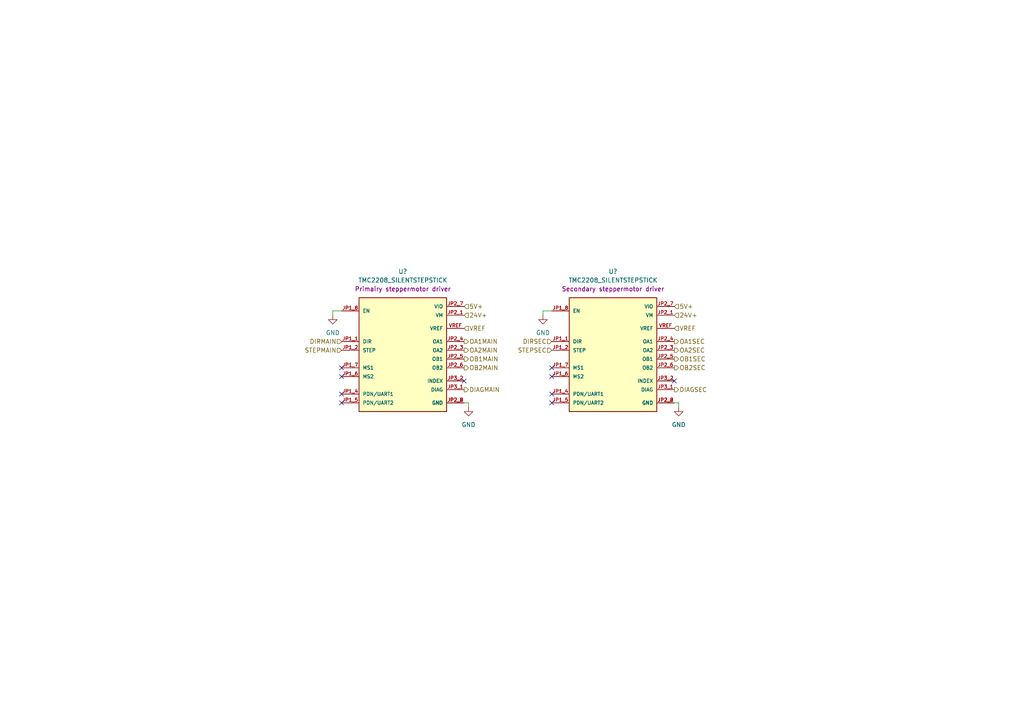
<source format=kicad_sch>
(kicad_sch (version 20211123) (generator eeschema)
  (paper "A4")
  (lib_symbols
    (symbol "TMC2208_SILENTSTEPSTICK_1" (pin_names (offset 1.016))
      (property "Reference" "U?" (at 0 22.86 0))
      (property "Value" "TMC2208_SILENTSTEPSTICK_1" (at 0 20.32 0))
      (symbol "TMC2208_SILENTSTEPSTICK_1_0_0"
        (rectangle (start -12.7 17.78) (end 12.7 -15.24) (stroke (width 0.254)) (fill (type background)))
        (pin input line (at -17.78 5.08 0) (length 5.08) (name "DIR") (number "JP1_1"))
        (pin input line (at -17.78 2.54 0) (length 5.08) (name "STEP") (number "JP1_2"))
        (pin bidirectional line (at -17.78 -10.16 0) (length 5.08) (name "PDN/UART1") (number "JP1_4"))
        (pin bidirectional line (at -17.78 -12.7 0) (length 5.08) (name "PDN/UART2") (number "JP1_5"))
        (pin input line (at -17.78 -5.08 0) (length 5.08) (name "MS2") (number "JP1_6"))
        (pin input line (at -17.78 -2.54 0) (length 5.08) (name "MS1") (number "JP1_7"))
        (pin input line (at -17.78 13.97 0) (length 5.08) (name "EN") (number "JP1_8"))
        (pin power_in line (at 17.78 12.7 180) (length 5.08) (name "VM") (number "JP2_1"))
        (pin power_in line (at 17.78 -12.7 180) (length 5.08) (name "GND") (number "JP2_2"))
        (pin passive line (at 17.78 2.54 180) (length 5.08) (name "OA2") (number "JP2_3"))
        (pin passive line (at 17.78 5.08 180) (length 5.08) (name "OA1") (number "JP2_4"))
        (pin passive line (at 17.78 0 180) (length 5.08) (name "OB1") (number "JP2_5"))
        (pin passive line (at 17.78 -2.54 180) (length 5.08) (name "OB2") (number "JP2_6"))
        (pin power_in line (at 17.78 15.24 180) (length 5.08) (name "VIO") (number "JP2_7"))
        (pin power_in line (at 17.78 -12.7 180) (length 5.08) (name "GND") (number "JP2_8"))
        (pin output line (at 17.78 -8.89 180) (length 5.08) (name "DIAG") (number "JP3_1"))
        (pin output line (at 17.78 -6.35 180) (length 5.08) (name "INDEX") (number "JP3_2"))
        (pin passive line (at 17.78 8.89 180) (length 5.08) (name "VREF") (number "VREF"))
      )
    )
    (symbol "power:GND" (power) (pin_names (offset 0))
      (property "Value" "GND" (at 0 -3.81 0))
      (symbol "GND_0_1"
        (polyline (pts (xy 0 0) (xy 0 -1.27) (xy 1.27 -1.27) (xy 0 -2.54) (xy -1.27 -1.27) (xy 0 -1.27)))
      )
      (symbol "GND_1_1"
        (pin power_in line (at 0 0 270) (length 0) hide (name "GND") (number "1"))
      )
    )
  )
  (no_connect (at 160.02 109.22))
  (no_connect (at 160.02 114.3))
  (no_connect (at 160.02 106.68))
  (no_connect (at 195.58 110.49))
  (no_connect (at 134.62 110.49))
  (no_connect (at 99.06 114.3))
  (no_connect (at 99.06 116.84))
  (no_connect (at 99.06 109.22))
  (no_connect (at 99.06 106.68))
  (no_connect (at 160.02 116.84))
  (wire (pts (xy 196.85 116.84) (xy 195.58 116.84)))
  (wire (pts (xy 135.89 118.11) (xy 135.89 116.84)))
  (wire (pts (xy 157.48 90.17) (xy 157.48 91.44)))
  (wire (pts (xy 160.02 90.17) (xy 157.48 90.17)))
  (wire (pts (xy 96.52 90.17) (xy 96.52 91.44)))
  (wire (pts (xy 99.06 90.17) (xy 96.52 90.17)))
  (wire (pts (xy 196.85 118.11) (xy 196.85 116.84)))
  (wire (pts (xy 135.89 116.84) (xy 134.62 116.84)))
  (hierarchical_label "OB1SEC" (shape output) (at 195.58 104.14 0))
  (hierarchical_label "VREF" (shape input) (at 195.58 95.25 0))
  (hierarchical_label "DIAGMAIN" (shape output) (at 134.62 113.03 0))
  (hierarchical_label "5V+" (shape input) (at 134.62 88.9 0))
  (hierarchical_label "STEPMAIN" (shape input) (at 99.06 101.6 180))
  (hierarchical_label "OA1SEC" (shape output) (at 195.58 99.06 0))
  (hierarchical_label "OA2SEC" (shape output) (at 195.58 101.6 0))
  (hierarchical_label "DIRSEC" (shape input) (at 160.02 99.06 180))
  (hierarchical_label "5V+" (shape input) (at 195.58 88.9 0))
  (hierarchical_label "VREF" (shape input) (at 134.62 95.25 0))
  (hierarchical_label "OA2MAIN" (shape output) (at 134.62 101.6 0))
  (hierarchical_label "24V+" (shape input) (at 134.62 91.44 0))
  (hierarchical_label "STEPSEC" (shape input) (at 160.02 101.6 180))
  (hierarchical_label "DIAGSEC" (shape output) (at 195.58 113.03 0))
  (hierarchical_label "24V+" (shape input) (at 195.58 91.44 0))
  (hierarchical_label "OA1MAIN" (shape output) (at 134.62 99.06 0))
  (hierarchical_label "OB2MAIN" (shape output) (at 134.62 106.68 0))
  (hierarchical_label "OB1MAIN" (shape output) (at 134.62 104.14 0))
  (hierarchical_label "DIRMAIN" (shape input) (at 99.06 99.06 180))
  (hierarchical_label "OB2SEC" (shape output) (at 195.58 106.68 0))
  (symbol (lib_name "TMC2208_SILENTSTEPSTICK_1") (lib_id "TMC2208_SILENTSTEPSTICK:TMC2208_SILENTSTEPSTICK") (at 177.8 104.14 0) (unit 1)
    (property "Reference" "U?" (at 177.8 78.74 0))
    (property "Value" "TMC2208_SILENTSTEPSTICK" (at 177.8 81.28 0))
    (property "Footprint" "MODULE_TMC2208_SILENTSTEPSTICK" (effects hide))
    (property "MANUFACTURER" "Trinamic Motion" (effects hide))
    (property "Purpose" "Secondary steppermotor driver" (at 177.8 83.82 0))
  )
  (symbol (lib_id "power:GND") (at 196.85 118.11 0) (unit 1)
    (property "Reference" "#PWR?" (effects hide))
    (property "Value" "GND" (at 196.85 123.19 0))
  )
  (symbol (lib_id "power:GND") (at 157.48 91.44 0) (unit 1)
    (property "Reference" "#PWR?" (effects hide))
    (property "Value" "GND" (at 157.48 96.52 0))
  )
  (symbol (lib_id "power:GND") (at 135.89 118.11 0) (unit 1)
    (property "Reference" "#PWR?" (effects hide))
    (property "Value" "GND" (at 135.89 123.19 0))
  )
  (symbol (lib_id "power:GND") (at 96.52 91.44 0) (unit 1)
    (property "Reference" "#PWR?" (effects hide))
    (property "Value" "GND" (at 96.52 96.52 0))
  )
  (symbol (lib_name "TMC2208_SILENTSTEPSTICK_1") (lib_id "TMC2208_SILENTSTEPSTICK:TMC2208_SILENTSTEPSTICK") (at 116.84 104.14 0) (unit 1)
    (property "Reference" "U?" (at 116.84 78.74 0))
    (property "Value" "TMC2208_SILENTSTEPSTICK" (at 116.84 81.28 0))
    (property "Footprint" "MODULE_TMC2208_SILENTSTEPSTICK" (effects hide))
    (property "MANUFACTURER" "Trinamic Motion" (effects hide))
    (property "Purpose" "Primairy steppermotor driver" (at 116.84 83.82 0))
  )
)
</source>
